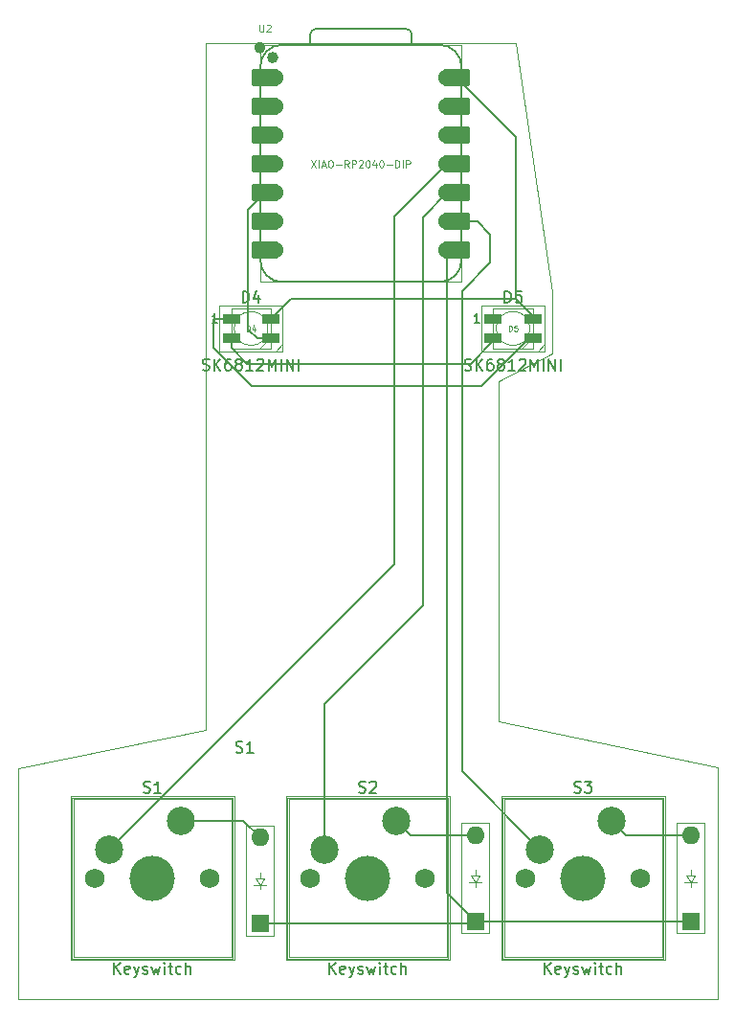
<source format=gbr>
%TF.GenerationSoftware,KiCad,Pcbnew,9.0.2*%
%TF.CreationDate,2025-06-28T19:13:52-07:00*%
%TF.ProjectId,osu_keypad,6f73755f-6b65-4797-9061-642e6b696361,rev?*%
%TF.SameCoordinates,Original*%
%TF.FileFunction,Soldermask,Bot*%
%TF.FilePolarity,Negative*%
%FSLAX46Y46*%
G04 Gerber Fmt 4.6, Leading zero omitted, Abs format (unit mm)*
G04 Created by KiCad (PCBNEW 9.0.2) date 2025-06-28 19:13:52*
%MOMM*%
%LPD*%
G01*
G04 APERTURE LIST*
G04 Aperture macros list*
%AMRoundRect*
0 Rectangle with rounded corners*
0 $1 Rounding radius*
0 $2 $3 $4 $5 $6 $7 $8 $9 X,Y pos of 4 corners*
0 Add a 4 corners polygon primitive as box body*
4,1,4,$2,$3,$4,$5,$6,$7,$8,$9,$2,$3,0*
0 Add four circle primitives for the rounded corners*
1,1,$1+$1,$2,$3*
1,1,$1+$1,$4,$5*
1,1,$1+$1,$6,$7*
1,1,$1+$1,$8,$9*
0 Add four rect primitives between the rounded corners*
20,1,$1+$1,$2,$3,$4,$5,0*
20,1,$1+$1,$4,$5,$6,$7,0*
20,1,$1+$1,$6,$7,$8,$9,0*
20,1,$1+$1,$8,$9,$2,$3,0*%
G04 Aperture macros list end*
%ADD10C,1.750000*%
%ADD11C,4.000000*%
%ADD12C,2.500000*%
%ADD13R,1.600000X1.600000*%
%ADD14O,1.600000X1.600000*%
%ADD15C,1.524000*%
%TA.AperFunction,ComponentPad*%
%ADD16C,2.500000*%
%TD*%
%TA.AperFunction,ComponentPad*%
%ADD17R,1.600000X1.600000*%
%TD*%
%TA.AperFunction,ComponentPad*%
%ADD18O,1.600000X1.600000*%
%TD*%
%TA.AperFunction,ComponentPad*%
%ADD19C,1.524000*%
%TD*%
%TA.AperFunction,Conductor*%
%ADD20C,0.200000*%
%TD*%
%TA.AperFunction,SMDPad,CuDef*%
%ADD21R,1.600000X0.850000*%
%TD*%
%TA.AperFunction,SMDPad,CuDef*%
%ADD22RoundRect,0.152400X1.063600X0.609600X-1.063600X0.609600X-1.063600X-0.609600X1.063600X-0.609600X0*%
%TD*%
%TA.AperFunction,SMDPad,CuDef*%
%ADD23RoundRect,0.152400X-1.063600X-0.609600X1.063600X-0.609600X1.063600X0.609600X-1.063600X0.609600X0*%
%TD*%
%ADD24R,1.600000X0.850000*%
%ADD25RoundRect,0.152400X1.063600X0.609600X-1.063600X0.609600X-1.063600X-0.609600X1.063600X-0.609600X0*%
%ADD26RoundRect,0.152400X-1.063600X-0.609600X1.063600X-0.609600X1.063600X0.609600X-1.063600X0.609600X0*%
%ADD27C,0.150000*%
%ADD28C,0.101600*%
%ADD29C,0.120000*%
%ADD30C,0.100000*%
%ADD31C,0.127000*%
%ADD32C,0.504000*%
%ADD33C,0.050000*%
%TA.AperFunction,Profile*%
%ADD34C,0.050000*%
%TD*%
G04 APERTURE END LIST*
D10*
%TO.C,S3*%
X131841875Y-139303125D03*
D11*
X136921875Y-139303125D03*
D10*
X142001875Y-139303125D03*
D12*
X133111875Y-136763125D03*
X139461875Y-134223125D03*
%TD*%
D13*
%TO.C,D3*%
X146446875Y-143113125D03*
D14*
X146446875Y-135493125D03*
%TD*%
D13*
%TO.C,D2*%
X127396875Y-143113125D03*
D14*
X127396875Y-135493125D03*
%TD*%
D15*
%TO.C,U2*%
X109650000Y-68580000D03*
X109650000Y-71120000D03*
X109650000Y-73660000D03*
X109650000Y-76200000D03*
X109650000Y-78740000D03*
X109650000Y-81280000D03*
X109650000Y-83820000D03*
X124890000Y-83820000D03*
X124890000Y-81280000D03*
X124890000Y-78740000D03*
X124890000Y-76200000D03*
X124890000Y-73660000D03*
X124890000Y-71120000D03*
X124890000Y-68580000D03*
%TD*%
D12*
%TO.C,S1*%
X101361875Y-134223125D03*
X95011875Y-136763125D03*
D10*
X103901875Y-139303125D03*
D11*
X98821875Y-139303125D03*
D10*
X93741875Y-139303125D03*
%TD*%
D12*
%TO.C,S2*%
X120411875Y-134223125D03*
X114061875Y-136763125D03*
D10*
X122951875Y-139303125D03*
D11*
X117871875Y-139303125D03*
D10*
X112791875Y-139303125D03*
%TD*%
D14*
%TO.C,D1*%
X108346875Y-135731250D03*
D13*
X108346875Y-143351250D03*
%TD*%
D16*
%TO.P,S3,1,1*%
%TO.N,C3*%
X133111875Y-136763125D03*
%TO.P,S3,2,2*%
%TO.N,Net-(D3-A)*%
X139461875Y-134223125D03*
%TD*%
D17*
%TO.P,D3,1,K*%
%TO.N,R1*%
X146446875Y-143113125D03*
D18*
%TO.P,D3,2,A*%
%TO.N,Net-(D3-A)*%
X146446875Y-135493125D03*
%TD*%
D17*
%TO.P,D2,1,K*%
%TO.N,R1*%
X127396875Y-143113125D03*
D18*
%TO.P,D2,2,A*%
%TO.N,Net-(D2-A)*%
X127396875Y-135493125D03*
%TD*%
D19*
%TO.P,U2,1,GPIO26/ADC0/A0*%
%TO.N,unconnected-(U2-GPIO26{slash}ADC0{slash}A0-Pad1)*%
X109650000Y-68580000D03*
%TO.P,U2,2,GPIO27/ADC1/A1*%
%TO.N,unconnected-(U2-GPIO27{slash}ADC1{slash}A1-Pad2)*%
X109650000Y-71120000D03*
%TO.P,U2,3,GPIO28/ADC2/A2*%
%TO.N,unconnected-(U2-GPIO28{slash}ADC2{slash}A2-Pad3)*%
X109650000Y-73660000D03*
%TO.P,U2,4,GPIO29/ADC3/A3*%
%TO.N,unconnected-(U2-GPIO29{slash}ADC3{slash}A3-Pad4)*%
X109650000Y-76200000D03*
%TO.P,U2,5,GPIO6/SDA*%
%TO.N,DIN*%
X109650000Y-78740000D03*
%TO.P,U2,6,GPIO7/SCL*%
%TO.N,unconnected-(U2-GPIO7{slash}SCL-Pad6)*%
X109650000Y-81280000D03*
%TO.P,U2,7,GPIO0/TX*%
%TO.N,unconnected-(U2-GPIO0{slash}TX-Pad7)*%
X109650000Y-83820000D03*
%TO.P,U2,8,GPIO1/RX*%
%TO.N,R1*%
X124890000Y-83820000D03*
%TO.P,U2,9,GPIO2/SCK*%
%TO.N,C3*%
X124890000Y-81280000D03*
%TO.P,U2,10,GPIO4/MISO*%
%TO.N,C2*%
X124890000Y-78740000D03*
%TO.P,U2,11,GPIO3/MOSI*%
%TO.N,C1*%
X124890000Y-76200000D03*
%TO.P,U2,12,3V3*%
%TO.N,unconnected-(U2-3V3-Pad12)*%
X124890000Y-73660000D03*
%TO.P,U2,13,GND*%
%TO.N,unconnected-(U2-GND-Pad13)*%
X124890000Y-71120000D03*
%TO.P,U2,14,VBUS*%
%TO.N,+5V*%
X124890000Y-68580000D03*
%TD*%
D16*
%TO.P,S1,2,2*%
%TO.N,Net-(D1-A)*%
X101361875Y-134223125D03*
%TO.P,S1,1,1*%
%TO.N,C1*%
X95011875Y-136763125D03*
%TD*%
%TO.P,S2,2,2*%
%TO.N,Net-(D2-A)*%
X120411875Y-134223125D03*
%TO.P,S2,1,1*%
%TO.N,C2*%
X114061875Y-136763125D03*
%TD*%
D18*
%TO.P,D1,2,A*%
%TO.N,Net-(D1-A)*%
X108346875Y-135731250D03*
D17*
%TO.P,D1,1,K*%
%TO.N,R1*%
X108346875Y-143351250D03*
%TD*%
D20*
%TO.N,C3*%
X127580000Y-81280000D02*
X124890000Y-81280000D01*
X128625000Y-82325000D02*
X127580000Y-81280000D01*
X128725000Y-84925000D02*
X128725000Y-82325000D01*
X126225000Y-87425000D02*
X128725000Y-84925000D01*
X126225000Y-129876250D02*
X126225000Y-87425000D01*
X133111875Y-136763125D02*
X126225000Y-129876250D01*
X128725000Y-82325000D02*
X128625000Y-82325000D01*
%TO.N,C2*%
X122725000Y-80905000D02*
X124890000Y-78740000D01*
X122725000Y-115225000D02*
X122725000Y-80905000D01*
X114061875Y-123888125D02*
X122725000Y-115225000D01*
X114061875Y-136763125D02*
X114061875Y-123888125D01*
%TO.N,C1*%
X120225000Y-80865000D02*
X124890000Y-76200000D01*
X120225000Y-111550000D02*
X120225000Y-80865000D01*
X95011875Y-136763125D02*
X120225000Y-111550000D01*
%TO.N,R1*%
X127396875Y-143113125D02*
X124890000Y-140606250D01*
X124890000Y-140606250D02*
X124890000Y-83820000D01*
%TD*%
D16*
%TO.P,S3,1,1*%
%TO.N,C3*%
X133111875Y-136763125D03*
%TO.P,S3,2,2*%
%TO.N,Net-(D3-A)*%
X139461875Y-134223125D03*
%TD*%
D17*
%TO.P,D3,1,K*%
%TO.N,R1*%
X146446875Y-143113125D03*
D18*
%TO.P,D3,2,A*%
%TO.N,Net-(D3-A)*%
X146446875Y-135493125D03*
%TD*%
D17*
%TO.P,D2,1,K*%
%TO.N,R1*%
X127396875Y-143113125D03*
D18*
%TO.P,D2,2,A*%
%TO.N,Net-(D2-A)*%
X127396875Y-135493125D03*
%TD*%
D21*
%TO.P,D5,4,VDD*%
%TO.N,+5V*%
X132475000Y-89850000D03*
%TO.P,D5,3,DIN*%
%TO.N,Net-(D4-DOUT)*%
X132475000Y-91600000D03*
%TO.P,D5,2,VSS*%
%TO.N,GND*%
X128975000Y-91600000D03*
%TO.P,D5,1,DOUT*%
%TO.N,unconnected-(D5-DOUT-Pad1)*%
X128975000Y-89850000D03*
%TD*%
%TO.P,D4,4,VDD*%
%TO.N,+5V*%
X109296875Y-89850000D03*
%TO.P,D4,3,DIN*%
%TO.N,DIN*%
X109296875Y-91600000D03*
%TO.P,D4,2,VSS*%
%TO.N,GND*%
X105796875Y-91600000D03*
%TO.P,D4,1,DOUT*%
%TO.N,Net-(D4-DOUT)*%
X105796875Y-89850000D03*
%TD*%
D22*
%TO.P,U2,1,GPIO26/ADC0/A0*%
%TO.N,unconnected-(U2-GPIO26{slash}ADC0{slash}A0-Pad1)*%
X108815000Y-68580000D03*
D19*
X109650000Y-68580000D03*
D22*
%TO.P,U2,2,GPIO27/ADC1/A1*%
%TO.N,unconnected-(U2-GPIO27{slash}ADC1{slash}A1-Pad2)*%
X108815000Y-71120000D03*
D19*
X109650000Y-71120000D03*
D22*
%TO.P,U2,3,GPIO28/ADC2/A2*%
%TO.N,unconnected-(U2-GPIO28{slash}ADC2{slash}A2-Pad3)*%
X108815000Y-73660000D03*
D19*
X109650000Y-73660000D03*
D22*
%TO.P,U2,4,GPIO29/ADC3/A3*%
%TO.N,unconnected-(U2-GPIO29{slash}ADC3{slash}A3-Pad4)*%
X108815000Y-76200000D03*
D19*
X109650000Y-76200000D03*
D22*
%TO.P,U2,5,GPIO6/SDA*%
%TO.N,DIN*%
X108815000Y-78740000D03*
D19*
X109650000Y-78740000D03*
D22*
%TO.P,U2,6,GPIO7/SCL*%
%TO.N,unconnected-(U2-GPIO7{slash}SCL-Pad6)*%
X108815000Y-81280000D03*
D19*
X109650000Y-81280000D03*
D22*
%TO.P,U2,7,GPIO0/TX*%
%TO.N,unconnected-(U2-GPIO0{slash}TX-Pad7)*%
X108815000Y-83820000D03*
D19*
X109650000Y-83820000D03*
%TO.P,U2,8,GPIO1/RX*%
%TO.N,R1*%
X124890000Y-83820000D03*
D23*
X125725000Y-83820000D03*
D19*
%TO.P,U2,9,GPIO2/SCK*%
%TO.N,C3*%
X124890000Y-81280000D03*
D23*
X125725000Y-81280000D03*
D19*
%TO.P,U2,10,GPIO4/MISO*%
%TO.N,C2*%
X124890000Y-78740000D03*
D23*
X125725000Y-78740000D03*
D19*
%TO.P,U2,11,GPIO3/MOSI*%
%TO.N,C1*%
X124890000Y-76200000D03*
D23*
X125725000Y-76200000D03*
D19*
%TO.P,U2,12,3V3*%
%TO.N,unconnected-(U2-3V3-Pad12)*%
X124890000Y-73660000D03*
D23*
X125725000Y-73660000D03*
D19*
%TO.P,U2,13,GND*%
%TO.N,unconnected-(U2-GND-Pad13)*%
X124890000Y-71120000D03*
D23*
X125725000Y-71120000D03*
D19*
%TO.P,U2,14,VBUS*%
%TO.N,+5V*%
X124890000Y-68580000D03*
D23*
X125725000Y-68580000D03*
%TD*%
D16*
%TO.P,S1,2,2*%
%TO.N,Net-(D1-A)*%
X101361875Y-134223125D03*
%TO.P,S1,1,1*%
%TO.N,C1*%
X95011875Y-136763125D03*
%TD*%
%TO.P,S2,2,2*%
%TO.N,Net-(D2-A)*%
X120411875Y-134223125D03*
%TO.P,S2,1,1*%
%TO.N,C2*%
X114061875Y-136763125D03*
%TD*%
D18*
%TO.P,D1,2,A*%
%TO.N,Net-(D1-A)*%
X108346875Y-135731250D03*
D17*
%TO.P,D1,1,K*%
%TO.N,R1*%
X108346875Y-143351250D03*
%TD*%
D20*
%TO.N,+5V*%
X130968750Y-73823750D02*
X125725000Y-68580000D01*
X130968750Y-88106250D02*
X130968750Y-73823750D01*
%TO.N,Net-(D4-DOUT)*%
X127925000Y-95825000D02*
X132150000Y-91600000D01*
X107625000Y-95825000D02*
X127925000Y-95825000D01*
X104185375Y-92385375D02*
X107625000Y-95825000D01*
X132150000Y-91600000D02*
X132475000Y-91600000D01*
X104185375Y-89850000D02*
X104185375Y-92385375D01*
X105796875Y-89850000D02*
X104185375Y-89850000D01*
%TO.N,GND*%
X128975000Y-91875000D02*
X128975000Y-91600000D01*
X107225000Y-93825000D02*
X127025000Y-93825000D01*
X127025000Y-93825000D02*
X128975000Y-91875000D01*
X105796875Y-92396875D02*
X107225000Y-93825000D01*
X105796875Y-91600000D02*
X105796875Y-92396875D01*
%TO.N,DIN*%
X107298000Y-90798000D02*
X107298000Y-80257000D01*
X107298000Y-80257000D02*
X108815000Y-78740000D01*
X109296875Y-91600000D02*
X108100000Y-91600000D01*
X108100000Y-91600000D02*
X107298000Y-90798000D01*
%TO.N,+5V*%
X132475000Y-89612500D02*
X132475000Y-89850000D01*
X111040625Y-88106250D02*
X130968750Y-88106250D01*
X130968750Y-88106250D02*
X132475000Y-89612500D01*
X109296875Y-89850000D02*
X111040625Y-88106250D01*
%TO.N,Net-(D3-A)*%
X140731875Y-135493125D02*
X139461875Y-134223125D01*
X146446875Y-135493125D02*
X140731875Y-135493125D01*
%TO.N,Net-(D2-A)*%
X121681875Y-135493125D02*
X120411875Y-134223125D01*
X127396875Y-135493125D02*
X121681875Y-135493125D01*
%TO.N,R1*%
X146446875Y-143113125D02*
X127396875Y-143113125D01*
X108346875Y-143351250D02*
X127158750Y-143351250D01*
X127158750Y-143351250D02*
X127396875Y-143113125D01*
%TO.N,Net-(D1-A)*%
X106838750Y-134223125D02*
X108346875Y-135731250D01*
X101361875Y-134223125D02*
X106838750Y-134223125D01*
%TD*%
D10*
%TO.C,S3*%
X131841875Y-139303125D03*
D11*
X136921875Y-139303125D03*
D10*
X142001875Y-139303125D03*
D12*
X133111875Y-136763125D03*
X139461875Y-134223125D03*
%TD*%
D13*
%TO.C,D3*%
X146446875Y-143113125D03*
D14*
X146446875Y-135493125D03*
%TD*%
D13*
%TO.C,D2*%
X127396875Y-143113125D03*
D14*
X127396875Y-135493125D03*
%TD*%
D24*
%TO.C,D5*%
X132475000Y-89850000D03*
X132475000Y-91600000D03*
X128975000Y-91600000D03*
X128975000Y-89850000D03*
%TD*%
%TO.C,D4*%
X109296875Y-89850000D03*
X109296875Y-91600000D03*
X105796875Y-91600000D03*
X105796875Y-89850000D03*
%TD*%
D25*
%TO.C,U2*%
X108815000Y-68580000D03*
D15*
X109650000Y-68580000D03*
D25*
X108815000Y-71120000D03*
D15*
X109650000Y-71120000D03*
D25*
X108815000Y-73660000D03*
D15*
X109650000Y-73660000D03*
D25*
X108815000Y-76200000D03*
D15*
X109650000Y-76200000D03*
D25*
X108815000Y-78740000D03*
D15*
X109650000Y-78740000D03*
D25*
X108815000Y-81280000D03*
D15*
X109650000Y-81280000D03*
D25*
X108815000Y-83820000D03*
D15*
X109650000Y-83820000D03*
X124890000Y-83820000D03*
D26*
X125725000Y-83820000D03*
D15*
X124890000Y-81280000D03*
D26*
X125725000Y-81280000D03*
D15*
X124890000Y-78740000D03*
D26*
X125725000Y-78740000D03*
D15*
X124890000Y-76200000D03*
D26*
X125725000Y-76200000D03*
D15*
X124890000Y-73660000D03*
D26*
X125725000Y-73660000D03*
D15*
X124890000Y-71120000D03*
D26*
X125725000Y-71120000D03*
D15*
X124890000Y-68580000D03*
D26*
X125725000Y-68580000D03*
%TD*%
D12*
%TO.C,S1*%
X101361875Y-134223125D03*
X95011875Y-136763125D03*
D10*
X103901875Y-139303125D03*
D11*
X98821875Y-139303125D03*
D10*
X93741875Y-139303125D03*
%TD*%
D12*
%TO.C,S2*%
X120411875Y-134223125D03*
X114061875Y-136763125D03*
D10*
X122951875Y-139303125D03*
D11*
X117871875Y-139303125D03*
D10*
X112791875Y-139303125D03*
%TD*%
D14*
%TO.C,D1*%
X108346875Y-135731250D03*
D13*
X108346875Y-143351250D03*
%TD*%
D24*
%TO.C,D5*%
X132475000Y-89850000D03*
X132475000Y-91600000D03*
X128975000Y-91600000D03*
X128975000Y-89850000D03*
%TD*%
%TO.C,D4*%
X109296875Y-89850000D03*
X109296875Y-91600000D03*
X105796875Y-91600000D03*
X105796875Y-89850000D03*
%TD*%
D27*
X136159970Y-131710325D02*
X136302827Y-131757944D01*
X136302827Y-131757944D02*
X136540922Y-131757944D01*
X136540922Y-131757944D02*
X136636160Y-131710325D01*
X136636160Y-131710325D02*
X136683779Y-131662705D01*
X136683779Y-131662705D02*
X136731398Y-131567467D01*
X136731398Y-131567467D02*
X136731398Y-131472229D01*
X136731398Y-131472229D02*
X136683779Y-131376991D01*
X136683779Y-131376991D02*
X136636160Y-131329372D01*
X136636160Y-131329372D02*
X136540922Y-131281753D01*
X136540922Y-131281753D02*
X136350446Y-131234134D01*
X136350446Y-131234134D02*
X136255208Y-131186515D01*
X136255208Y-131186515D02*
X136207589Y-131138896D01*
X136207589Y-131138896D02*
X136159970Y-131043658D01*
X136159970Y-131043658D02*
X136159970Y-130948420D01*
X136159970Y-130948420D02*
X136207589Y-130853182D01*
X136207589Y-130853182D02*
X136255208Y-130805563D01*
X136255208Y-130805563D02*
X136350446Y-130757944D01*
X136350446Y-130757944D02*
X136588541Y-130757944D01*
X136588541Y-130757944D02*
X136731398Y-130805563D01*
X137064732Y-130757944D02*
X137683779Y-130757944D01*
X137683779Y-130757944D02*
X137350446Y-131138896D01*
X137350446Y-131138896D02*
X137493303Y-131138896D01*
X137493303Y-131138896D02*
X137588541Y-131186515D01*
X137588541Y-131186515D02*
X137636160Y-131234134D01*
X137636160Y-131234134D02*
X137683779Y-131329372D01*
X137683779Y-131329372D02*
X137683779Y-131567467D01*
X137683779Y-131567467D02*
X137636160Y-131662705D01*
X137636160Y-131662705D02*
X137588541Y-131710325D01*
X137588541Y-131710325D02*
X137493303Y-131757944D01*
X137493303Y-131757944D02*
X137207589Y-131757944D01*
X137207589Y-131757944D02*
X137112351Y-131710325D01*
X137112351Y-131710325D02*
X137064732Y-131662705D01*
X129986905Y-88429819D02*
X129986905Y-87429819D01*
X129986905Y-87429819D02*
X130225000Y-87429819D01*
X130225000Y-87429819D02*
X130367857Y-87477438D01*
X130367857Y-87477438D02*
X130463095Y-87572676D01*
X130463095Y-87572676D02*
X130510714Y-87667914D01*
X130510714Y-87667914D02*
X130558333Y-87858390D01*
X130558333Y-87858390D02*
X130558333Y-88001247D01*
X130558333Y-88001247D02*
X130510714Y-88191723D01*
X130510714Y-88191723D02*
X130463095Y-88286961D01*
X130463095Y-88286961D02*
X130367857Y-88382200D01*
X130367857Y-88382200D02*
X130225000Y-88429819D01*
X130225000Y-88429819D02*
X129986905Y-88429819D01*
X131463095Y-87429819D02*
X130986905Y-87429819D01*
X130986905Y-87429819D02*
X130939286Y-87906009D01*
X130939286Y-87906009D02*
X130986905Y-87858390D01*
X130986905Y-87858390D02*
X131082143Y-87810771D01*
X131082143Y-87810771D02*
X131320238Y-87810771D01*
X131320238Y-87810771D02*
X131415476Y-87858390D01*
X131415476Y-87858390D02*
X131463095Y-87906009D01*
X131463095Y-87906009D02*
X131510714Y-88001247D01*
X131510714Y-88001247D02*
X131510714Y-88239342D01*
X131510714Y-88239342D02*
X131463095Y-88334580D01*
X131463095Y-88334580D02*
X131415476Y-88382200D01*
X131415476Y-88382200D02*
X131320238Y-88429819D01*
X131320238Y-88429819D02*
X131082143Y-88429819D01*
X131082143Y-88429819D02*
X130986905Y-88382200D01*
X130986905Y-88382200D02*
X130939286Y-88334580D01*
X127753571Y-90212295D02*
X127296428Y-90212295D01*
X127525000Y-90212295D02*
X127525000Y-89412295D01*
X127525000Y-89412295D02*
X127448809Y-89526580D01*
X127448809Y-89526580D02*
X127372619Y-89602771D01*
X127372619Y-89602771D02*
X127296428Y-89640866D01*
X106808780Y-88429819D02*
X106808780Y-87429819D01*
X106808780Y-87429819D02*
X107046875Y-87429819D01*
X107046875Y-87429819D02*
X107189732Y-87477438D01*
X107189732Y-87477438D02*
X107284970Y-87572676D01*
X107284970Y-87572676D02*
X107332589Y-87667914D01*
X107332589Y-87667914D02*
X107380208Y-87858390D01*
X107380208Y-87858390D02*
X107380208Y-88001247D01*
X107380208Y-88001247D02*
X107332589Y-88191723D01*
X107332589Y-88191723D02*
X107284970Y-88286961D01*
X107284970Y-88286961D02*
X107189732Y-88382200D01*
X107189732Y-88382200D02*
X107046875Y-88429819D01*
X107046875Y-88429819D02*
X106808780Y-88429819D01*
X108237351Y-87763152D02*
X108237351Y-88429819D01*
X107999256Y-87382200D02*
X107761161Y-88096485D01*
X107761161Y-88096485D02*
X108380208Y-88096485D01*
X104575446Y-90212295D02*
X104118303Y-90212295D01*
X104346875Y-90212295D02*
X104346875Y-89412295D01*
X104346875Y-89412295D02*
X104270684Y-89526580D01*
X104270684Y-89526580D02*
X104194494Y-89602771D01*
X104194494Y-89602771D02*
X104118303Y-89640866D01*
D28*
X108286190Y-63853479D02*
X108286190Y-64367526D01*
X108286190Y-64367526D02*
X108316428Y-64428002D01*
X108316428Y-64428002D02*
X108346666Y-64458241D01*
X108346666Y-64458241D02*
X108407142Y-64488479D01*
X108407142Y-64488479D02*
X108528095Y-64488479D01*
X108528095Y-64488479D02*
X108588571Y-64458241D01*
X108588571Y-64458241D02*
X108618809Y-64428002D01*
X108618809Y-64428002D02*
X108649047Y-64367526D01*
X108649047Y-64367526D02*
X108649047Y-63853479D01*
X108921190Y-63913955D02*
X108951428Y-63883717D01*
X108951428Y-63883717D02*
X109011904Y-63853479D01*
X109011904Y-63853479D02*
X109163095Y-63853479D01*
X109163095Y-63853479D02*
X109223571Y-63883717D01*
X109223571Y-63883717D02*
X109253809Y-63913955D01*
X109253809Y-63913955D02*
X109284047Y-63974431D01*
X109284047Y-63974431D02*
X109284047Y-64034907D01*
X109284047Y-64034907D02*
X109253809Y-64125621D01*
X109253809Y-64125621D02*
X108890952Y-64488479D01*
X108890952Y-64488479D02*
X109284047Y-64488479D01*
D27*
X98059970Y-131710325D02*
X98202827Y-131757944D01*
X98202827Y-131757944D02*
X98440922Y-131757944D01*
X98440922Y-131757944D02*
X98536160Y-131710325D01*
X98536160Y-131710325D02*
X98583779Y-131662705D01*
X98583779Y-131662705D02*
X98631398Y-131567467D01*
X98631398Y-131567467D02*
X98631398Y-131472229D01*
X98631398Y-131472229D02*
X98583779Y-131376991D01*
X98583779Y-131376991D02*
X98536160Y-131329372D01*
X98536160Y-131329372D02*
X98440922Y-131281753D01*
X98440922Y-131281753D02*
X98250446Y-131234134D01*
X98250446Y-131234134D02*
X98155208Y-131186515D01*
X98155208Y-131186515D02*
X98107589Y-131138896D01*
X98107589Y-131138896D02*
X98059970Y-131043658D01*
X98059970Y-131043658D02*
X98059970Y-130948420D01*
X98059970Y-130948420D02*
X98107589Y-130853182D01*
X98107589Y-130853182D02*
X98155208Y-130805563D01*
X98155208Y-130805563D02*
X98250446Y-130757944D01*
X98250446Y-130757944D02*
X98488541Y-130757944D01*
X98488541Y-130757944D02*
X98631398Y-130805563D01*
X99583779Y-131757944D02*
X99012351Y-131757944D01*
X99298065Y-131757944D02*
X99298065Y-130757944D01*
X99298065Y-130757944D02*
X99202827Y-130900801D01*
X99202827Y-130900801D02*
X99107589Y-130996039D01*
X99107589Y-130996039D02*
X99012351Y-131043658D01*
X117109970Y-131710325D02*
X117252827Y-131757944D01*
X117252827Y-131757944D02*
X117490922Y-131757944D01*
X117490922Y-131757944D02*
X117586160Y-131710325D01*
X117586160Y-131710325D02*
X117633779Y-131662705D01*
X117633779Y-131662705D02*
X117681398Y-131567467D01*
X117681398Y-131567467D02*
X117681398Y-131472229D01*
X117681398Y-131472229D02*
X117633779Y-131376991D01*
X117633779Y-131376991D02*
X117586160Y-131329372D01*
X117586160Y-131329372D02*
X117490922Y-131281753D01*
X117490922Y-131281753D02*
X117300446Y-131234134D01*
X117300446Y-131234134D02*
X117205208Y-131186515D01*
X117205208Y-131186515D02*
X117157589Y-131138896D01*
X117157589Y-131138896D02*
X117109970Y-131043658D01*
X117109970Y-131043658D02*
X117109970Y-130948420D01*
X117109970Y-130948420D02*
X117157589Y-130853182D01*
X117157589Y-130853182D02*
X117205208Y-130805563D01*
X117205208Y-130805563D02*
X117300446Y-130757944D01*
X117300446Y-130757944D02*
X117538541Y-130757944D01*
X117538541Y-130757944D02*
X117681398Y-130805563D01*
X118062351Y-130853182D02*
X118109970Y-130805563D01*
X118109970Y-130805563D02*
X118205208Y-130757944D01*
X118205208Y-130757944D02*
X118443303Y-130757944D01*
X118443303Y-130757944D02*
X118538541Y-130805563D01*
X118538541Y-130805563D02*
X118586160Y-130853182D01*
X118586160Y-130853182D02*
X118633779Y-130948420D01*
X118633779Y-130948420D02*
X118633779Y-131043658D01*
X118633779Y-131043658D02*
X118586160Y-131186515D01*
X118586160Y-131186515D02*
X118014732Y-131757944D01*
X118014732Y-131757944D02*
X118633779Y-131757944D01*
D29*
%TO.C,S3*%
X129821875Y-132203125D02*
X129821875Y-146403125D01*
X129821875Y-146403125D02*
X144021875Y-146403125D01*
X144021875Y-132203125D02*
X129821875Y-132203125D01*
X144021875Y-146403125D02*
X144021875Y-132203125D01*
D30*
%TO.C,D3*%
X145896875Y-139653125D02*
X146996875Y-139653125D01*
X146046875Y-139053125D02*
X146846875Y-139053125D01*
X146446875Y-139053125D02*
X146446875Y-138553125D01*
X146446875Y-139653125D02*
X146046875Y-139053125D01*
X146446875Y-140053125D02*
X146446875Y-139653125D01*
X146846875Y-139053125D02*
X146446875Y-139653125D01*
%TO.C,D2*%
X126846875Y-139653125D02*
X127946875Y-139653125D01*
X126996875Y-139053125D02*
X127796875Y-139053125D01*
X127396875Y-139053125D02*
X127396875Y-138553125D01*
X127396875Y-139653125D02*
X126996875Y-139053125D01*
X127396875Y-140053125D02*
X127396875Y-139653125D01*
X127796875Y-139053125D02*
X127396875Y-139653125D01*
D29*
%TO.C,D5*%
X133525000Y-92125000D02*
X133525000Y-88725000D01*
X133525000Y-92125000D02*
X132925000Y-92725000D01*
X127925000Y-92725000D02*
X132925000Y-92725000D01*
X127925000Y-88725000D02*
X133525000Y-88725000D01*
X127925000Y-88725000D02*
X127925000Y-92725000D01*
%TO.C,D4*%
X110346875Y-92125000D02*
X110346875Y-88725000D01*
X110346875Y-92125000D02*
X109746875Y-92725000D01*
X104746875Y-92725000D02*
X109746875Y-92725000D01*
X104746875Y-88725000D02*
X110346875Y-88725000D01*
X104746875Y-88725000D02*
X104746875Y-92725000D01*
D31*
%TO.C,U2*%
X108380000Y-84709000D02*
X108380000Y-67564000D01*
X110285000Y-86614000D02*
X124255000Y-86614000D01*
X112775000Y-65659000D02*
X112778728Y-64748728D01*
X113278728Y-64249000D02*
X121274000Y-64249000D01*
X121774000Y-64749000D02*
X121774000Y-65659000D01*
D30*
X124255000Y-65659000D02*
X110285000Y-65659000D01*
D31*
X124255000Y-65659000D02*
X110285000Y-65659000D01*
X126160000Y-84709000D02*
X126160000Y-67564000D01*
X108380000Y-67564000D02*
G75*
G02*
X110285000Y-65659000I1905001J-1D01*
G01*
X110285000Y-86614000D02*
G75*
G02*
X108380000Y-84709000I1J1905001D01*
G01*
X112778728Y-64748728D02*
G75*
G02*
X113278728Y-64249001I500018J-291D01*
G01*
X121274000Y-64249000D02*
G75*
G02*
X121774000Y-64749000I0J-500000D01*
G01*
X124255000Y-65659000D02*
G75*
G02*
X126160000Y-67564000I0J-1905000D01*
G01*
X126160000Y-84709000D02*
G75*
G02*
X124255000Y-86614000I-1905000J0D01*
G01*
D32*
X108572000Y-65900000D02*
G75*
G02*
X108068000Y-65900000I-252000J0D01*
G01*
X108068000Y-65900000D02*
G75*
G02*
X108572000Y-65900000I252000J0D01*
G01*
X109715000Y-66780000D02*
G75*
G02*
X109211000Y-66780000I-252000J0D01*
G01*
X109211000Y-66780000D02*
G75*
G02*
X109715000Y-66780000I252000J0D01*
G01*
D29*
%TO.C,S1*%
X105921875Y-146403125D02*
X105921875Y-132203125D01*
X105921875Y-132203125D02*
X91721875Y-132203125D01*
X91721875Y-146403125D02*
X105921875Y-146403125D01*
X91721875Y-132203125D02*
X91721875Y-146403125D01*
%TO.C,S2*%
X124971875Y-146403125D02*
X124971875Y-132203125D01*
X124971875Y-132203125D02*
X110771875Y-132203125D01*
X110771875Y-146403125D02*
X124971875Y-146403125D01*
X110771875Y-132203125D02*
X110771875Y-146403125D01*
D30*
%TO.C,D1*%
X108746875Y-139291250D02*
X108346875Y-139891250D01*
X108346875Y-140291250D02*
X108346875Y-139891250D01*
X108346875Y-139891250D02*
X107946875Y-139291250D01*
X108346875Y-139291250D02*
X108346875Y-138791250D01*
X107946875Y-139291250D02*
X108746875Y-139291250D01*
X107796875Y-139891250D02*
X108896875Y-139891250D01*
%TD*%
D33*
%TO.C,S3*%
X129671875Y-132053125D02*
X129671875Y-146553125D01*
X129671875Y-146553125D02*
X144171875Y-146553125D01*
X144171875Y-132053125D02*
X129671875Y-132053125D01*
X144171875Y-146553125D02*
X144171875Y-132053125D01*
%TO.C,D3*%
X145196875Y-134443125D02*
X145196875Y-144163125D01*
X145196875Y-144163125D02*
X147696875Y-144163125D01*
X147696875Y-134443125D02*
X145196875Y-134443125D01*
X147696875Y-144163125D02*
X147696875Y-134443125D01*
%TO.C,D2*%
X126146875Y-134443125D02*
X126146875Y-144163125D01*
X126146875Y-144163125D02*
X128646875Y-144163125D01*
X128646875Y-134443125D02*
X126146875Y-134443125D01*
X128646875Y-144163125D02*
X128646875Y-134443125D01*
%TO.C,D5*%
X133525000Y-92725000D02*
X133525000Y-88725000D01*
X133525000Y-88725000D02*
X127925000Y-88725000D01*
X127925000Y-92725000D02*
X133525000Y-92725000D01*
X127925000Y-88725000D02*
X127925000Y-92725000D01*
%TO.C,D4*%
X110346875Y-92725000D02*
X110346875Y-88725000D01*
X110346875Y-88725000D02*
X104746875Y-88725000D01*
X104746875Y-92725000D02*
X110346875Y-92725000D01*
X104746875Y-88725000D02*
X104746875Y-92725000D01*
%TO.C,U2*%
X108370000Y-65650000D02*
X126170000Y-65650000D01*
X126170000Y-86625000D01*
X108370000Y-86625000D01*
X108370000Y-65650000D01*
%TO.C,S1*%
X106071875Y-146553125D02*
X106071875Y-132053125D01*
X106071875Y-132053125D02*
X91571875Y-132053125D01*
X91571875Y-146553125D02*
X106071875Y-146553125D01*
X91571875Y-132053125D02*
X91571875Y-146553125D01*
%TO.C,S2*%
X125121875Y-146553125D02*
X125121875Y-132053125D01*
X125121875Y-132053125D02*
X110621875Y-132053125D01*
X110621875Y-146553125D02*
X125121875Y-146553125D01*
X110621875Y-132053125D02*
X110621875Y-146553125D01*
%TO.C,D1*%
X109596875Y-144401250D02*
X109596875Y-134681250D01*
X109596875Y-134681250D02*
X107096875Y-134681250D01*
X107096875Y-144401250D02*
X109596875Y-144401250D01*
X107096875Y-134681250D02*
X107096875Y-144401250D01*
%TD*%
D27*
X133517113Y-147757944D02*
X133517113Y-146757944D01*
X134088541Y-147757944D02*
X133659970Y-147186515D01*
X134088541Y-146757944D02*
X133517113Y-147329372D01*
X134898065Y-147710325D02*
X134802827Y-147757944D01*
X134802827Y-147757944D02*
X134612351Y-147757944D01*
X134612351Y-147757944D02*
X134517113Y-147710325D01*
X134517113Y-147710325D02*
X134469494Y-147615086D01*
X134469494Y-147615086D02*
X134469494Y-147234134D01*
X134469494Y-147234134D02*
X134517113Y-147138896D01*
X134517113Y-147138896D02*
X134612351Y-147091277D01*
X134612351Y-147091277D02*
X134802827Y-147091277D01*
X134802827Y-147091277D02*
X134898065Y-147138896D01*
X134898065Y-147138896D02*
X134945684Y-147234134D01*
X134945684Y-147234134D02*
X134945684Y-147329372D01*
X134945684Y-147329372D02*
X134469494Y-147424610D01*
X135279018Y-147091277D02*
X135517113Y-147757944D01*
X135755208Y-147091277D02*
X135517113Y-147757944D01*
X135517113Y-147757944D02*
X135421875Y-147996039D01*
X135421875Y-147996039D02*
X135374256Y-148043658D01*
X135374256Y-148043658D02*
X135279018Y-148091277D01*
X136088542Y-147710325D02*
X136183780Y-147757944D01*
X136183780Y-147757944D02*
X136374256Y-147757944D01*
X136374256Y-147757944D02*
X136469494Y-147710325D01*
X136469494Y-147710325D02*
X136517113Y-147615086D01*
X136517113Y-147615086D02*
X136517113Y-147567467D01*
X136517113Y-147567467D02*
X136469494Y-147472229D01*
X136469494Y-147472229D02*
X136374256Y-147424610D01*
X136374256Y-147424610D02*
X136231399Y-147424610D01*
X136231399Y-147424610D02*
X136136161Y-147376991D01*
X136136161Y-147376991D02*
X136088542Y-147281753D01*
X136088542Y-147281753D02*
X136088542Y-147234134D01*
X136088542Y-147234134D02*
X136136161Y-147138896D01*
X136136161Y-147138896D02*
X136231399Y-147091277D01*
X136231399Y-147091277D02*
X136374256Y-147091277D01*
X136374256Y-147091277D02*
X136469494Y-147138896D01*
X136850447Y-147091277D02*
X137040923Y-147757944D01*
X137040923Y-147757944D02*
X137231399Y-147281753D01*
X137231399Y-147281753D02*
X137421875Y-147757944D01*
X137421875Y-147757944D02*
X137612351Y-147091277D01*
X137993304Y-147757944D02*
X137993304Y-147091277D01*
X137993304Y-146757944D02*
X137945685Y-146805563D01*
X137945685Y-146805563D02*
X137993304Y-146853182D01*
X137993304Y-146853182D02*
X138040923Y-146805563D01*
X138040923Y-146805563D02*
X137993304Y-146757944D01*
X137993304Y-146757944D02*
X137993304Y-146853182D01*
X138326637Y-147091277D02*
X138707589Y-147091277D01*
X138469494Y-146757944D02*
X138469494Y-147615086D01*
X138469494Y-147615086D02*
X138517113Y-147710325D01*
X138517113Y-147710325D02*
X138612351Y-147757944D01*
X138612351Y-147757944D02*
X138707589Y-147757944D01*
X139469494Y-147710325D02*
X139374256Y-147757944D01*
X139374256Y-147757944D02*
X139183780Y-147757944D01*
X139183780Y-147757944D02*
X139088542Y-147710325D01*
X139088542Y-147710325D02*
X139040923Y-147662705D01*
X139040923Y-147662705D02*
X138993304Y-147567467D01*
X138993304Y-147567467D02*
X138993304Y-147281753D01*
X138993304Y-147281753D02*
X139040923Y-147186515D01*
X139040923Y-147186515D02*
X139088542Y-147138896D01*
X139088542Y-147138896D02*
X139183780Y-147091277D01*
X139183780Y-147091277D02*
X139374256Y-147091277D01*
X139374256Y-147091277D02*
X139469494Y-147138896D01*
X139898066Y-147757944D02*
X139898066Y-146757944D01*
X140326637Y-147757944D02*
X140326637Y-147234134D01*
X140326637Y-147234134D02*
X140279018Y-147138896D01*
X140279018Y-147138896D02*
X140183780Y-147091277D01*
X140183780Y-147091277D02*
X140040923Y-147091277D01*
X140040923Y-147091277D02*
X139945685Y-147138896D01*
X139945685Y-147138896D02*
X139898066Y-147186515D01*
X136159970Y-139710325D02*
X136302827Y-139757944D01*
X136302827Y-139757944D02*
X136540922Y-139757944D01*
X136540922Y-139757944D02*
X136636160Y-139710325D01*
X136636160Y-139710325D02*
X136683779Y-139662705D01*
X136683779Y-139662705D02*
X136731398Y-139567467D01*
X136731398Y-139567467D02*
X136731398Y-139472229D01*
X136731398Y-139472229D02*
X136683779Y-139376991D01*
X136683779Y-139376991D02*
X136636160Y-139329372D01*
X136636160Y-139329372D02*
X136540922Y-139281753D01*
X136540922Y-139281753D02*
X136350446Y-139234134D01*
X136350446Y-139234134D02*
X136255208Y-139186515D01*
X136255208Y-139186515D02*
X136207589Y-139138896D01*
X136207589Y-139138896D02*
X136159970Y-139043658D01*
X136159970Y-139043658D02*
X136159970Y-138948420D01*
X136159970Y-138948420D02*
X136207589Y-138853182D01*
X136207589Y-138853182D02*
X136255208Y-138805563D01*
X136255208Y-138805563D02*
X136350446Y-138757944D01*
X136350446Y-138757944D02*
X136588541Y-138757944D01*
X136588541Y-138757944D02*
X136731398Y-138805563D01*
X137064732Y-138757944D02*
X137683779Y-138757944D01*
X137683779Y-138757944D02*
X137350446Y-139138896D01*
X137350446Y-139138896D02*
X137493303Y-139138896D01*
X137493303Y-139138896D02*
X137588541Y-139186515D01*
X137588541Y-139186515D02*
X137636160Y-139234134D01*
X137636160Y-139234134D02*
X137683779Y-139329372D01*
X137683779Y-139329372D02*
X137683779Y-139567467D01*
X137683779Y-139567467D02*
X137636160Y-139662705D01*
X137636160Y-139662705D02*
X137588541Y-139710325D01*
X137588541Y-139710325D02*
X137493303Y-139757944D01*
X137493303Y-139757944D02*
X137207589Y-139757944D01*
X137207589Y-139757944D02*
X137112351Y-139710325D01*
X137112351Y-139710325D02*
X137064732Y-139662705D01*
X126463096Y-94382200D02*
X126605953Y-94429819D01*
X126605953Y-94429819D02*
X126844048Y-94429819D01*
X126844048Y-94429819D02*
X126939286Y-94382200D01*
X126939286Y-94382200D02*
X126986905Y-94334580D01*
X126986905Y-94334580D02*
X127034524Y-94239342D01*
X127034524Y-94239342D02*
X127034524Y-94144104D01*
X127034524Y-94144104D02*
X126986905Y-94048866D01*
X126986905Y-94048866D02*
X126939286Y-94001247D01*
X126939286Y-94001247D02*
X126844048Y-93953628D01*
X126844048Y-93953628D02*
X126653572Y-93906009D01*
X126653572Y-93906009D02*
X126558334Y-93858390D01*
X126558334Y-93858390D02*
X126510715Y-93810771D01*
X126510715Y-93810771D02*
X126463096Y-93715533D01*
X126463096Y-93715533D02*
X126463096Y-93620295D01*
X126463096Y-93620295D02*
X126510715Y-93525057D01*
X126510715Y-93525057D02*
X126558334Y-93477438D01*
X126558334Y-93477438D02*
X126653572Y-93429819D01*
X126653572Y-93429819D02*
X126891667Y-93429819D01*
X126891667Y-93429819D02*
X127034524Y-93477438D01*
X127463096Y-94429819D02*
X127463096Y-93429819D01*
X128034524Y-94429819D02*
X127605953Y-93858390D01*
X128034524Y-93429819D02*
X127463096Y-94001247D01*
X128891667Y-93429819D02*
X128701191Y-93429819D01*
X128701191Y-93429819D02*
X128605953Y-93477438D01*
X128605953Y-93477438D02*
X128558334Y-93525057D01*
X128558334Y-93525057D02*
X128463096Y-93667914D01*
X128463096Y-93667914D02*
X128415477Y-93858390D01*
X128415477Y-93858390D02*
X128415477Y-94239342D01*
X128415477Y-94239342D02*
X128463096Y-94334580D01*
X128463096Y-94334580D02*
X128510715Y-94382200D01*
X128510715Y-94382200D02*
X128605953Y-94429819D01*
X128605953Y-94429819D02*
X128796429Y-94429819D01*
X128796429Y-94429819D02*
X128891667Y-94382200D01*
X128891667Y-94382200D02*
X128939286Y-94334580D01*
X128939286Y-94334580D02*
X128986905Y-94239342D01*
X128986905Y-94239342D02*
X128986905Y-94001247D01*
X128986905Y-94001247D02*
X128939286Y-93906009D01*
X128939286Y-93906009D02*
X128891667Y-93858390D01*
X128891667Y-93858390D02*
X128796429Y-93810771D01*
X128796429Y-93810771D02*
X128605953Y-93810771D01*
X128605953Y-93810771D02*
X128510715Y-93858390D01*
X128510715Y-93858390D02*
X128463096Y-93906009D01*
X128463096Y-93906009D02*
X128415477Y-94001247D01*
X129558334Y-93858390D02*
X129463096Y-93810771D01*
X129463096Y-93810771D02*
X129415477Y-93763152D01*
X129415477Y-93763152D02*
X129367858Y-93667914D01*
X129367858Y-93667914D02*
X129367858Y-93620295D01*
X129367858Y-93620295D02*
X129415477Y-93525057D01*
X129415477Y-93525057D02*
X129463096Y-93477438D01*
X129463096Y-93477438D02*
X129558334Y-93429819D01*
X129558334Y-93429819D02*
X129748810Y-93429819D01*
X129748810Y-93429819D02*
X129844048Y-93477438D01*
X129844048Y-93477438D02*
X129891667Y-93525057D01*
X129891667Y-93525057D02*
X129939286Y-93620295D01*
X129939286Y-93620295D02*
X129939286Y-93667914D01*
X129939286Y-93667914D02*
X129891667Y-93763152D01*
X129891667Y-93763152D02*
X129844048Y-93810771D01*
X129844048Y-93810771D02*
X129748810Y-93858390D01*
X129748810Y-93858390D02*
X129558334Y-93858390D01*
X129558334Y-93858390D02*
X129463096Y-93906009D01*
X129463096Y-93906009D02*
X129415477Y-93953628D01*
X129415477Y-93953628D02*
X129367858Y-94048866D01*
X129367858Y-94048866D02*
X129367858Y-94239342D01*
X129367858Y-94239342D02*
X129415477Y-94334580D01*
X129415477Y-94334580D02*
X129463096Y-94382200D01*
X129463096Y-94382200D02*
X129558334Y-94429819D01*
X129558334Y-94429819D02*
X129748810Y-94429819D01*
X129748810Y-94429819D02*
X129844048Y-94382200D01*
X129844048Y-94382200D02*
X129891667Y-94334580D01*
X129891667Y-94334580D02*
X129939286Y-94239342D01*
X129939286Y-94239342D02*
X129939286Y-94048866D01*
X129939286Y-94048866D02*
X129891667Y-93953628D01*
X129891667Y-93953628D02*
X129844048Y-93906009D01*
X129844048Y-93906009D02*
X129748810Y-93858390D01*
X130891667Y-94429819D02*
X130320239Y-94429819D01*
X130605953Y-94429819D02*
X130605953Y-93429819D01*
X130605953Y-93429819D02*
X130510715Y-93572676D01*
X130510715Y-93572676D02*
X130415477Y-93667914D01*
X130415477Y-93667914D02*
X130320239Y-93715533D01*
X131272620Y-93525057D02*
X131320239Y-93477438D01*
X131320239Y-93477438D02*
X131415477Y-93429819D01*
X131415477Y-93429819D02*
X131653572Y-93429819D01*
X131653572Y-93429819D02*
X131748810Y-93477438D01*
X131748810Y-93477438D02*
X131796429Y-93525057D01*
X131796429Y-93525057D02*
X131844048Y-93620295D01*
X131844048Y-93620295D02*
X131844048Y-93715533D01*
X131844048Y-93715533D02*
X131796429Y-93858390D01*
X131796429Y-93858390D02*
X131225001Y-94429819D01*
X131225001Y-94429819D02*
X131844048Y-94429819D01*
X132272620Y-94429819D02*
X132272620Y-93429819D01*
X132272620Y-93429819D02*
X132605953Y-94144104D01*
X132605953Y-94144104D02*
X132939286Y-93429819D01*
X132939286Y-93429819D02*
X132939286Y-94429819D01*
X133415477Y-94429819D02*
X133415477Y-93429819D01*
X133891667Y-94429819D02*
X133891667Y-93429819D01*
X133891667Y-93429819D02*
X134463095Y-94429819D01*
X134463095Y-94429819D02*
X134463095Y-93429819D01*
X134939286Y-94429819D02*
X134939286Y-93429819D01*
D30*
X130355952Y-90951109D02*
X130355952Y-90451109D01*
X130355952Y-90451109D02*
X130475000Y-90451109D01*
X130475000Y-90451109D02*
X130546428Y-90474919D01*
X130546428Y-90474919D02*
X130594047Y-90522538D01*
X130594047Y-90522538D02*
X130617857Y-90570157D01*
X130617857Y-90570157D02*
X130641666Y-90665395D01*
X130641666Y-90665395D02*
X130641666Y-90736823D01*
X130641666Y-90736823D02*
X130617857Y-90832061D01*
X130617857Y-90832061D02*
X130594047Y-90879680D01*
X130594047Y-90879680D02*
X130546428Y-90927300D01*
X130546428Y-90927300D02*
X130475000Y-90951109D01*
X130475000Y-90951109D02*
X130355952Y-90951109D01*
X131094047Y-90451109D02*
X130855952Y-90451109D01*
X130855952Y-90451109D02*
X130832143Y-90689204D01*
X130832143Y-90689204D02*
X130855952Y-90665395D01*
X130855952Y-90665395D02*
X130903571Y-90641585D01*
X130903571Y-90641585D02*
X131022619Y-90641585D01*
X131022619Y-90641585D02*
X131070238Y-90665395D01*
X131070238Y-90665395D02*
X131094047Y-90689204D01*
X131094047Y-90689204D02*
X131117857Y-90736823D01*
X131117857Y-90736823D02*
X131117857Y-90855871D01*
X131117857Y-90855871D02*
X131094047Y-90903490D01*
X131094047Y-90903490D02*
X131070238Y-90927300D01*
X131070238Y-90927300D02*
X131022619Y-90951109D01*
X131022619Y-90951109D02*
X130903571Y-90951109D01*
X130903571Y-90951109D02*
X130855952Y-90927300D01*
X130855952Y-90927300D02*
X130832143Y-90903490D01*
D27*
X103284971Y-94382200D02*
X103427828Y-94429819D01*
X103427828Y-94429819D02*
X103665923Y-94429819D01*
X103665923Y-94429819D02*
X103761161Y-94382200D01*
X103761161Y-94382200D02*
X103808780Y-94334580D01*
X103808780Y-94334580D02*
X103856399Y-94239342D01*
X103856399Y-94239342D02*
X103856399Y-94144104D01*
X103856399Y-94144104D02*
X103808780Y-94048866D01*
X103808780Y-94048866D02*
X103761161Y-94001247D01*
X103761161Y-94001247D02*
X103665923Y-93953628D01*
X103665923Y-93953628D02*
X103475447Y-93906009D01*
X103475447Y-93906009D02*
X103380209Y-93858390D01*
X103380209Y-93858390D02*
X103332590Y-93810771D01*
X103332590Y-93810771D02*
X103284971Y-93715533D01*
X103284971Y-93715533D02*
X103284971Y-93620295D01*
X103284971Y-93620295D02*
X103332590Y-93525057D01*
X103332590Y-93525057D02*
X103380209Y-93477438D01*
X103380209Y-93477438D02*
X103475447Y-93429819D01*
X103475447Y-93429819D02*
X103713542Y-93429819D01*
X103713542Y-93429819D02*
X103856399Y-93477438D01*
X104284971Y-94429819D02*
X104284971Y-93429819D01*
X104856399Y-94429819D02*
X104427828Y-93858390D01*
X104856399Y-93429819D02*
X104284971Y-94001247D01*
X105713542Y-93429819D02*
X105523066Y-93429819D01*
X105523066Y-93429819D02*
X105427828Y-93477438D01*
X105427828Y-93477438D02*
X105380209Y-93525057D01*
X105380209Y-93525057D02*
X105284971Y-93667914D01*
X105284971Y-93667914D02*
X105237352Y-93858390D01*
X105237352Y-93858390D02*
X105237352Y-94239342D01*
X105237352Y-94239342D02*
X105284971Y-94334580D01*
X105284971Y-94334580D02*
X105332590Y-94382200D01*
X105332590Y-94382200D02*
X105427828Y-94429819D01*
X105427828Y-94429819D02*
X105618304Y-94429819D01*
X105618304Y-94429819D02*
X105713542Y-94382200D01*
X105713542Y-94382200D02*
X105761161Y-94334580D01*
X105761161Y-94334580D02*
X105808780Y-94239342D01*
X105808780Y-94239342D02*
X105808780Y-94001247D01*
X105808780Y-94001247D02*
X105761161Y-93906009D01*
X105761161Y-93906009D02*
X105713542Y-93858390D01*
X105713542Y-93858390D02*
X105618304Y-93810771D01*
X105618304Y-93810771D02*
X105427828Y-93810771D01*
X105427828Y-93810771D02*
X105332590Y-93858390D01*
X105332590Y-93858390D02*
X105284971Y-93906009D01*
X105284971Y-93906009D02*
X105237352Y-94001247D01*
X106380209Y-93858390D02*
X106284971Y-93810771D01*
X106284971Y-93810771D02*
X106237352Y-93763152D01*
X106237352Y-93763152D02*
X106189733Y-93667914D01*
X106189733Y-93667914D02*
X106189733Y-93620295D01*
X106189733Y-93620295D02*
X106237352Y-93525057D01*
X106237352Y-93525057D02*
X106284971Y-93477438D01*
X106284971Y-93477438D02*
X106380209Y-93429819D01*
X106380209Y-93429819D02*
X106570685Y-93429819D01*
X106570685Y-93429819D02*
X106665923Y-93477438D01*
X106665923Y-93477438D02*
X106713542Y-93525057D01*
X106713542Y-93525057D02*
X106761161Y-93620295D01*
X106761161Y-93620295D02*
X106761161Y-93667914D01*
X106761161Y-93667914D02*
X106713542Y-93763152D01*
X106713542Y-93763152D02*
X106665923Y-93810771D01*
X106665923Y-93810771D02*
X106570685Y-93858390D01*
X106570685Y-93858390D02*
X106380209Y-93858390D01*
X106380209Y-93858390D02*
X106284971Y-93906009D01*
X106284971Y-93906009D02*
X106237352Y-93953628D01*
X106237352Y-93953628D02*
X106189733Y-94048866D01*
X106189733Y-94048866D02*
X106189733Y-94239342D01*
X106189733Y-94239342D02*
X106237352Y-94334580D01*
X106237352Y-94334580D02*
X106284971Y-94382200D01*
X106284971Y-94382200D02*
X106380209Y-94429819D01*
X106380209Y-94429819D02*
X106570685Y-94429819D01*
X106570685Y-94429819D02*
X106665923Y-94382200D01*
X106665923Y-94382200D02*
X106713542Y-94334580D01*
X106713542Y-94334580D02*
X106761161Y-94239342D01*
X106761161Y-94239342D02*
X106761161Y-94048866D01*
X106761161Y-94048866D02*
X106713542Y-93953628D01*
X106713542Y-93953628D02*
X106665923Y-93906009D01*
X106665923Y-93906009D02*
X106570685Y-93858390D01*
X107713542Y-94429819D02*
X107142114Y-94429819D01*
X107427828Y-94429819D02*
X107427828Y-93429819D01*
X107427828Y-93429819D02*
X107332590Y-93572676D01*
X107332590Y-93572676D02*
X107237352Y-93667914D01*
X107237352Y-93667914D02*
X107142114Y-93715533D01*
X108094495Y-93525057D02*
X108142114Y-93477438D01*
X108142114Y-93477438D02*
X108237352Y-93429819D01*
X108237352Y-93429819D02*
X108475447Y-93429819D01*
X108475447Y-93429819D02*
X108570685Y-93477438D01*
X108570685Y-93477438D02*
X108618304Y-93525057D01*
X108618304Y-93525057D02*
X108665923Y-93620295D01*
X108665923Y-93620295D02*
X108665923Y-93715533D01*
X108665923Y-93715533D02*
X108618304Y-93858390D01*
X108618304Y-93858390D02*
X108046876Y-94429819D01*
X108046876Y-94429819D02*
X108665923Y-94429819D01*
X109094495Y-94429819D02*
X109094495Y-93429819D01*
X109094495Y-93429819D02*
X109427828Y-94144104D01*
X109427828Y-94144104D02*
X109761161Y-93429819D01*
X109761161Y-93429819D02*
X109761161Y-94429819D01*
X110237352Y-94429819D02*
X110237352Y-93429819D01*
X110713542Y-94429819D02*
X110713542Y-93429819D01*
X110713542Y-93429819D02*
X111284970Y-94429819D01*
X111284970Y-94429819D02*
X111284970Y-93429819D01*
X111761161Y-94429819D02*
X111761161Y-93429819D01*
D30*
X107177827Y-90951109D02*
X107177827Y-90451109D01*
X107177827Y-90451109D02*
X107296875Y-90451109D01*
X107296875Y-90451109D02*
X107368303Y-90474919D01*
X107368303Y-90474919D02*
X107415922Y-90522538D01*
X107415922Y-90522538D02*
X107439732Y-90570157D01*
X107439732Y-90570157D02*
X107463541Y-90665395D01*
X107463541Y-90665395D02*
X107463541Y-90736823D01*
X107463541Y-90736823D02*
X107439732Y-90832061D01*
X107439732Y-90832061D02*
X107415922Y-90879680D01*
X107415922Y-90879680D02*
X107368303Y-90927300D01*
X107368303Y-90927300D02*
X107296875Y-90951109D01*
X107296875Y-90951109D02*
X107177827Y-90951109D01*
X107892113Y-90617776D02*
X107892113Y-90951109D01*
X107773065Y-90427300D02*
X107654018Y-90784442D01*
X107654018Y-90784442D02*
X107963541Y-90784442D01*
D28*
X112885476Y-75853479D02*
X113308809Y-76488479D01*
X113308809Y-75853479D02*
X112885476Y-76488479D01*
X113550714Y-76488479D02*
X113550714Y-75853479D01*
X113822857Y-76307050D02*
X114125238Y-76307050D01*
X113762381Y-76488479D02*
X113974047Y-75853479D01*
X113974047Y-75853479D02*
X114185714Y-76488479D01*
X114518333Y-75853479D02*
X114639286Y-75853479D01*
X114639286Y-75853479D02*
X114699762Y-75883717D01*
X114699762Y-75883717D02*
X114760238Y-75944193D01*
X114760238Y-75944193D02*
X114790476Y-76065145D01*
X114790476Y-76065145D02*
X114790476Y-76276812D01*
X114790476Y-76276812D02*
X114760238Y-76397764D01*
X114760238Y-76397764D02*
X114699762Y-76458241D01*
X114699762Y-76458241D02*
X114639286Y-76488479D01*
X114639286Y-76488479D02*
X114518333Y-76488479D01*
X114518333Y-76488479D02*
X114457857Y-76458241D01*
X114457857Y-76458241D02*
X114397381Y-76397764D01*
X114397381Y-76397764D02*
X114367143Y-76276812D01*
X114367143Y-76276812D02*
X114367143Y-76065145D01*
X114367143Y-76065145D02*
X114397381Y-75944193D01*
X114397381Y-75944193D02*
X114457857Y-75883717D01*
X114457857Y-75883717D02*
X114518333Y-75853479D01*
X115062619Y-76246574D02*
X115546429Y-76246574D01*
X116211666Y-76488479D02*
X115999999Y-76186098D01*
X115848809Y-76488479D02*
X115848809Y-75853479D01*
X115848809Y-75853479D02*
X116090714Y-75853479D01*
X116090714Y-75853479D02*
X116151190Y-75883717D01*
X116151190Y-75883717D02*
X116181428Y-75913955D01*
X116181428Y-75913955D02*
X116211666Y-75974431D01*
X116211666Y-75974431D02*
X116211666Y-76065145D01*
X116211666Y-76065145D02*
X116181428Y-76125621D01*
X116181428Y-76125621D02*
X116151190Y-76155860D01*
X116151190Y-76155860D02*
X116090714Y-76186098D01*
X116090714Y-76186098D02*
X115848809Y-76186098D01*
X116483809Y-76488479D02*
X116483809Y-75853479D01*
X116483809Y-75853479D02*
X116725714Y-75853479D01*
X116725714Y-75853479D02*
X116786190Y-75883717D01*
X116786190Y-75883717D02*
X116816428Y-75913955D01*
X116816428Y-75913955D02*
X116846666Y-75974431D01*
X116846666Y-75974431D02*
X116846666Y-76065145D01*
X116846666Y-76065145D02*
X116816428Y-76125621D01*
X116816428Y-76125621D02*
X116786190Y-76155860D01*
X116786190Y-76155860D02*
X116725714Y-76186098D01*
X116725714Y-76186098D02*
X116483809Y-76186098D01*
X117088571Y-75913955D02*
X117118809Y-75883717D01*
X117118809Y-75883717D02*
X117179285Y-75853479D01*
X117179285Y-75853479D02*
X117330476Y-75853479D01*
X117330476Y-75853479D02*
X117390952Y-75883717D01*
X117390952Y-75883717D02*
X117421190Y-75913955D01*
X117421190Y-75913955D02*
X117451428Y-75974431D01*
X117451428Y-75974431D02*
X117451428Y-76034907D01*
X117451428Y-76034907D02*
X117421190Y-76125621D01*
X117421190Y-76125621D02*
X117058333Y-76488479D01*
X117058333Y-76488479D02*
X117451428Y-76488479D01*
X117844523Y-75853479D02*
X117905000Y-75853479D01*
X117905000Y-75853479D02*
X117965476Y-75883717D01*
X117965476Y-75883717D02*
X117995714Y-75913955D01*
X117995714Y-75913955D02*
X118025952Y-75974431D01*
X118025952Y-75974431D02*
X118056190Y-76095383D01*
X118056190Y-76095383D02*
X118056190Y-76246574D01*
X118056190Y-76246574D02*
X118025952Y-76367526D01*
X118025952Y-76367526D02*
X117995714Y-76428002D01*
X117995714Y-76428002D02*
X117965476Y-76458241D01*
X117965476Y-76458241D02*
X117905000Y-76488479D01*
X117905000Y-76488479D02*
X117844523Y-76488479D01*
X117844523Y-76488479D02*
X117784047Y-76458241D01*
X117784047Y-76458241D02*
X117753809Y-76428002D01*
X117753809Y-76428002D02*
X117723571Y-76367526D01*
X117723571Y-76367526D02*
X117693333Y-76246574D01*
X117693333Y-76246574D02*
X117693333Y-76095383D01*
X117693333Y-76095383D02*
X117723571Y-75974431D01*
X117723571Y-75974431D02*
X117753809Y-75913955D01*
X117753809Y-75913955D02*
X117784047Y-75883717D01*
X117784047Y-75883717D02*
X117844523Y-75853479D01*
X118600476Y-76065145D02*
X118600476Y-76488479D01*
X118449285Y-75823241D02*
X118298095Y-76276812D01*
X118298095Y-76276812D02*
X118691190Y-76276812D01*
X119054047Y-75853479D02*
X119114524Y-75853479D01*
X119114524Y-75853479D02*
X119175000Y-75883717D01*
X119175000Y-75883717D02*
X119205238Y-75913955D01*
X119205238Y-75913955D02*
X119235476Y-75974431D01*
X119235476Y-75974431D02*
X119265714Y-76095383D01*
X119265714Y-76095383D02*
X119265714Y-76246574D01*
X119265714Y-76246574D02*
X119235476Y-76367526D01*
X119235476Y-76367526D02*
X119205238Y-76428002D01*
X119205238Y-76428002D02*
X119175000Y-76458241D01*
X119175000Y-76458241D02*
X119114524Y-76488479D01*
X119114524Y-76488479D02*
X119054047Y-76488479D01*
X119054047Y-76488479D02*
X118993571Y-76458241D01*
X118993571Y-76458241D02*
X118963333Y-76428002D01*
X118963333Y-76428002D02*
X118933095Y-76367526D01*
X118933095Y-76367526D02*
X118902857Y-76246574D01*
X118902857Y-76246574D02*
X118902857Y-76095383D01*
X118902857Y-76095383D02*
X118933095Y-75974431D01*
X118933095Y-75974431D02*
X118963333Y-75913955D01*
X118963333Y-75913955D02*
X118993571Y-75883717D01*
X118993571Y-75883717D02*
X119054047Y-75853479D01*
X119537857Y-76246574D02*
X120021667Y-76246574D01*
X120324047Y-76488479D02*
X120324047Y-75853479D01*
X120324047Y-75853479D02*
X120475237Y-75853479D01*
X120475237Y-75853479D02*
X120565952Y-75883717D01*
X120565952Y-75883717D02*
X120626428Y-75944193D01*
X120626428Y-75944193D02*
X120656666Y-76004669D01*
X120656666Y-76004669D02*
X120686904Y-76125621D01*
X120686904Y-76125621D02*
X120686904Y-76216336D01*
X120686904Y-76216336D02*
X120656666Y-76337288D01*
X120656666Y-76337288D02*
X120626428Y-76397764D01*
X120626428Y-76397764D02*
X120565952Y-76458241D01*
X120565952Y-76458241D02*
X120475237Y-76488479D01*
X120475237Y-76488479D02*
X120324047Y-76488479D01*
X120959047Y-76488479D02*
X120959047Y-75853479D01*
X121261428Y-76488479D02*
X121261428Y-75853479D01*
X121261428Y-75853479D02*
X121503333Y-75853479D01*
X121503333Y-75853479D02*
X121563809Y-75883717D01*
X121563809Y-75883717D02*
X121594047Y-75913955D01*
X121594047Y-75913955D02*
X121624285Y-75974431D01*
X121624285Y-75974431D02*
X121624285Y-76065145D01*
X121624285Y-76065145D02*
X121594047Y-76125621D01*
X121594047Y-76125621D02*
X121563809Y-76155860D01*
X121563809Y-76155860D02*
X121503333Y-76186098D01*
X121503333Y-76186098D02*
X121261428Y-76186098D01*
D27*
X95417113Y-147757944D02*
X95417113Y-146757944D01*
X95988541Y-147757944D02*
X95559970Y-147186515D01*
X95988541Y-146757944D02*
X95417113Y-147329372D01*
X96798065Y-147710325D02*
X96702827Y-147757944D01*
X96702827Y-147757944D02*
X96512351Y-147757944D01*
X96512351Y-147757944D02*
X96417113Y-147710325D01*
X96417113Y-147710325D02*
X96369494Y-147615086D01*
X96369494Y-147615086D02*
X96369494Y-147234134D01*
X96369494Y-147234134D02*
X96417113Y-147138896D01*
X96417113Y-147138896D02*
X96512351Y-147091277D01*
X96512351Y-147091277D02*
X96702827Y-147091277D01*
X96702827Y-147091277D02*
X96798065Y-147138896D01*
X96798065Y-147138896D02*
X96845684Y-147234134D01*
X96845684Y-147234134D02*
X96845684Y-147329372D01*
X96845684Y-147329372D02*
X96369494Y-147424610D01*
X97179018Y-147091277D02*
X97417113Y-147757944D01*
X97655208Y-147091277D02*
X97417113Y-147757944D01*
X97417113Y-147757944D02*
X97321875Y-147996039D01*
X97321875Y-147996039D02*
X97274256Y-148043658D01*
X97274256Y-148043658D02*
X97179018Y-148091277D01*
X97988542Y-147710325D02*
X98083780Y-147757944D01*
X98083780Y-147757944D02*
X98274256Y-147757944D01*
X98274256Y-147757944D02*
X98369494Y-147710325D01*
X98369494Y-147710325D02*
X98417113Y-147615086D01*
X98417113Y-147615086D02*
X98417113Y-147567467D01*
X98417113Y-147567467D02*
X98369494Y-147472229D01*
X98369494Y-147472229D02*
X98274256Y-147424610D01*
X98274256Y-147424610D02*
X98131399Y-147424610D01*
X98131399Y-147424610D02*
X98036161Y-147376991D01*
X98036161Y-147376991D02*
X97988542Y-147281753D01*
X97988542Y-147281753D02*
X97988542Y-147234134D01*
X97988542Y-147234134D02*
X98036161Y-147138896D01*
X98036161Y-147138896D02*
X98131399Y-147091277D01*
X98131399Y-147091277D02*
X98274256Y-147091277D01*
X98274256Y-147091277D02*
X98369494Y-147138896D01*
X98750447Y-147091277D02*
X98940923Y-147757944D01*
X98940923Y-147757944D02*
X99131399Y-147281753D01*
X99131399Y-147281753D02*
X99321875Y-147757944D01*
X99321875Y-147757944D02*
X99512351Y-147091277D01*
X99893304Y-147757944D02*
X99893304Y-147091277D01*
X99893304Y-146757944D02*
X99845685Y-146805563D01*
X99845685Y-146805563D02*
X99893304Y-146853182D01*
X99893304Y-146853182D02*
X99940923Y-146805563D01*
X99940923Y-146805563D02*
X99893304Y-146757944D01*
X99893304Y-146757944D02*
X99893304Y-146853182D01*
X100226637Y-147091277D02*
X100607589Y-147091277D01*
X100369494Y-146757944D02*
X100369494Y-147615086D01*
X100369494Y-147615086D02*
X100417113Y-147710325D01*
X100417113Y-147710325D02*
X100512351Y-147757944D01*
X100512351Y-147757944D02*
X100607589Y-147757944D01*
X101369494Y-147710325D02*
X101274256Y-147757944D01*
X101274256Y-147757944D02*
X101083780Y-147757944D01*
X101083780Y-147757944D02*
X100988542Y-147710325D01*
X100988542Y-147710325D02*
X100940923Y-147662705D01*
X100940923Y-147662705D02*
X100893304Y-147567467D01*
X100893304Y-147567467D02*
X100893304Y-147281753D01*
X100893304Y-147281753D02*
X100940923Y-147186515D01*
X100940923Y-147186515D02*
X100988542Y-147138896D01*
X100988542Y-147138896D02*
X101083780Y-147091277D01*
X101083780Y-147091277D02*
X101274256Y-147091277D01*
X101274256Y-147091277D02*
X101369494Y-147138896D01*
X101798066Y-147757944D02*
X101798066Y-146757944D01*
X102226637Y-147757944D02*
X102226637Y-147234134D01*
X102226637Y-147234134D02*
X102179018Y-147138896D01*
X102179018Y-147138896D02*
X102083780Y-147091277D01*
X102083780Y-147091277D02*
X101940923Y-147091277D01*
X101940923Y-147091277D02*
X101845685Y-147138896D01*
X101845685Y-147138896D02*
X101798066Y-147186515D01*
X106223095Y-128162200D02*
X106365952Y-128209819D01*
X106365952Y-128209819D02*
X106604047Y-128209819D01*
X106604047Y-128209819D02*
X106699285Y-128162200D01*
X106699285Y-128162200D02*
X106746904Y-128114580D01*
X106746904Y-128114580D02*
X106794523Y-128019342D01*
X106794523Y-128019342D02*
X106794523Y-127924104D01*
X106794523Y-127924104D02*
X106746904Y-127828866D01*
X106746904Y-127828866D02*
X106699285Y-127781247D01*
X106699285Y-127781247D02*
X106604047Y-127733628D01*
X106604047Y-127733628D02*
X106413571Y-127686009D01*
X106413571Y-127686009D02*
X106318333Y-127638390D01*
X106318333Y-127638390D02*
X106270714Y-127590771D01*
X106270714Y-127590771D02*
X106223095Y-127495533D01*
X106223095Y-127495533D02*
X106223095Y-127400295D01*
X106223095Y-127400295D02*
X106270714Y-127305057D01*
X106270714Y-127305057D02*
X106318333Y-127257438D01*
X106318333Y-127257438D02*
X106413571Y-127209819D01*
X106413571Y-127209819D02*
X106651666Y-127209819D01*
X106651666Y-127209819D02*
X106794523Y-127257438D01*
X107746904Y-128209819D02*
X107175476Y-128209819D01*
X107461190Y-128209819D02*
X107461190Y-127209819D01*
X107461190Y-127209819D02*
X107365952Y-127352676D01*
X107365952Y-127352676D02*
X107270714Y-127447914D01*
X107270714Y-127447914D02*
X107175476Y-127495533D01*
X114467113Y-147757944D02*
X114467113Y-146757944D01*
X115038541Y-147757944D02*
X114609970Y-147186515D01*
X115038541Y-146757944D02*
X114467113Y-147329372D01*
X115848065Y-147710325D02*
X115752827Y-147757944D01*
X115752827Y-147757944D02*
X115562351Y-147757944D01*
X115562351Y-147757944D02*
X115467113Y-147710325D01*
X115467113Y-147710325D02*
X115419494Y-147615086D01*
X115419494Y-147615086D02*
X115419494Y-147234134D01*
X115419494Y-147234134D02*
X115467113Y-147138896D01*
X115467113Y-147138896D02*
X115562351Y-147091277D01*
X115562351Y-147091277D02*
X115752827Y-147091277D01*
X115752827Y-147091277D02*
X115848065Y-147138896D01*
X115848065Y-147138896D02*
X115895684Y-147234134D01*
X115895684Y-147234134D02*
X115895684Y-147329372D01*
X115895684Y-147329372D02*
X115419494Y-147424610D01*
X116229018Y-147091277D02*
X116467113Y-147757944D01*
X116705208Y-147091277D02*
X116467113Y-147757944D01*
X116467113Y-147757944D02*
X116371875Y-147996039D01*
X116371875Y-147996039D02*
X116324256Y-148043658D01*
X116324256Y-148043658D02*
X116229018Y-148091277D01*
X117038542Y-147710325D02*
X117133780Y-147757944D01*
X117133780Y-147757944D02*
X117324256Y-147757944D01*
X117324256Y-147757944D02*
X117419494Y-147710325D01*
X117419494Y-147710325D02*
X117467113Y-147615086D01*
X117467113Y-147615086D02*
X117467113Y-147567467D01*
X117467113Y-147567467D02*
X117419494Y-147472229D01*
X117419494Y-147472229D02*
X117324256Y-147424610D01*
X117324256Y-147424610D02*
X117181399Y-147424610D01*
X117181399Y-147424610D02*
X117086161Y-147376991D01*
X117086161Y-147376991D02*
X117038542Y-147281753D01*
X117038542Y-147281753D02*
X117038542Y-147234134D01*
X117038542Y-147234134D02*
X117086161Y-147138896D01*
X117086161Y-147138896D02*
X117181399Y-147091277D01*
X117181399Y-147091277D02*
X117324256Y-147091277D01*
X117324256Y-147091277D02*
X117419494Y-147138896D01*
X117800447Y-147091277D02*
X117990923Y-147757944D01*
X117990923Y-147757944D02*
X118181399Y-147281753D01*
X118181399Y-147281753D02*
X118371875Y-147757944D01*
X118371875Y-147757944D02*
X118562351Y-147091277D01*
X118943304Y-147757944D02*
X118943304Y-147091277D01*
X118943304Y-146757944D02*
X118895685Y-146805563D01*
X118895685Y-146805563D02*
X118943304Y-146853182D01*
X118943304Y-146853182D02*
X118990923Y-146805563D01*
X118990923Y-146805563D02*
X118943304Y-146757944D01*
X118943304Y-146757944D02*
X118943304Y-146853182D01*
X119276637Y-147091277D02*
X119657589Y-147091277D01*
X119419494Y-146757944D02*
X119419494Y-147615086D01*
X119419494Y-147615086D02*
X119467113Y-147710325D01*
X119467113Y-147710325D02*
X119562351Y-147757944D01*
X119562351Y-147757944D02*
X119657589Y-147757944D01*
X120419494Y-147710325D02*
X120324256Y-147757944D01*
X120324256Y-147757944D02*
X120133780Y-147757944D01*
X120133780Y-147757944D02*
X120038542Y-147710325D01*
X120038542Y-147710325D02*
X119990923Y-147662705D01*
X119990923Y-147662705D02*
X119943304Y-147567467D01*
X119943304Y-147567467D02*
X119943304Y-147281753D01*
X119943304Y-147281753D02*
X119990923Y-147186515D01*
X119990923Y-147186515D02*
X120038542Y-147138896D01*
X120038542Y-147138896D02*
X120133780Y-147091277D01*
X120133780Y-147091277D02*
X120324256Y-147091277D01*
X120324256Y-147091277D02*
X120419494Y-147138896D01*
X120848066Y-147757944D02*
X120848066Y-146757944D01*
X121276637Y-147757944D02*
X121276637Y-147234134D01*
X121276637Y-147234134D02*
X121229018Y-147138896D01*
X121229018Y-147138896D02*
X121133780Y-147091277D01*
X121133780Y-147091277D02*
X120990923Y-147091277D01*
X120990923Y-147091277D02*
X120895685Y-147138896D01*
X120895685Y-147138896D02*
X120848066Y-147186515D01*
X117109970Y-139710325D02*
X117252827Y-139757944D01*
X117252827Y-139757944D02*
X117490922Y-139757944D01*
X117490922Y-139757944D02*
X117586160Y-139710325D01*
X117586160Y-139710325D02*
X117633779Y-139662705D01*
X117633779Y-139662705D02*
X117681398Y-139567467D01*
X117681398Y-139567467D02*
X117681398Y-139472229D01*
X117681398Y-139472229D02*
X117633779Y-139376991D01*
X117633779Y-139376991D02*
X117586160Y-139329372D01*
X117586160Y-139329372D02*
X117490922Y-139281753D01*
X117490922Y-139281753D02*
X117300446Y-139234134D01*
X117300446Y-139234134D02*
X117205208Y-139186515D01*
X117205208Y-139186515D02*
X117157589Y-139138896D01*
X117157589Y-139138896D02*
X117109970Y-139043658D01*
X117109970Y-139043658D02*
X117109970Y-138948420D01*
X117109970Y-138948420D02*
X117157589Y-138853182D01*
X117157589Y-138853182D02*
X117205208Y-138805563D01*
X117205208Y-138805563D02*
X117300446Y-138757944D01*
X117300446Y-138757944D02*
X117538541Y-138757944D01*
X117538541Y-138757944D02*
X117681398Y-138805563D01*
X118062351Y-138853182D02*
X118109970Y-138805563D01*
X118109970Y-138805563D02*
X118205208Y-138757944D01*
X118205208Y-138757944D02*
X118443303Y-138757944D01*
X118443303Y-138757944D02*
X118538541Y-138805563D01*
X118538541Y-138805563D02*
X118586160Y-138853182D01*
X118586160Y-138853182D02*
X118633779Y-138948420D01*
X118633779Y-138948420D02*
X118633779Y-139043658D01*
X118633779Y-139043658D02*
X118586160Y-139186515D01*
X118586160Y-139186515D02*
X118014732Y-139757944D01*
X118014732Y-139757944D02*
X118633779Y-139757944D01*
D30*
%TO.C,S3*%
X129921875Y-132303125D02*
X129921875Y-146303125D01*
X129921875Y-146303125D02*
X143921875Y-146303125D01*
X143921875Y-132303125D02*
X129921875Y-132303125D01*
X143921875Y-146303125D02*
X143921875Y-132303125D01*
%TO.C,D5*%
X132225000Y-90725000D02*
G75*
G02*
X129225000Y-90725000I-1500000J0D01*
G01*
X129225000Y-90725000D02*
G75*
G02*
X132225000Y-90725000I1500000J0D01*
G01*
X132475000Y-92475000D02*
X132475000Y-88975000D01*
X132475000Y-91475000D02*
X131475000Y-92475000D01*
X132475000Y-88975000D02*
X128975000Y-88975000D01*
X128975000Y-92475000D02*
X132475000Y-92475000D01*
X128975000Y-88975000D02*
X128975000Y-92475000D01*
%TO.C,D4*%
X109046875Y-90725000D02*
G75*
G02*
X106046875Y-90725000I-1500000J0D01*
G01*
X106046875Y-90725000D02*
G75*
G02*
X109046875Y-90725000I1500000J0D01*
G01*
X109296875Y-92475000D02*
X109296875Y-88975000D01*
X109296875Y-91475000D02*
X108296875Y-92475000D01*
X109296875Y-88975000D02*
X105796875Y-88975000D01*
X105796875Y-92475000D02*
X109296875Y-92475000D01*
X105796875Y-88975000D02*
X105796875Y-92475000D01*
%TO.C,U2*%
X108370000Y-65650000D02*
X126170000Y-65650000D01*
X126170000Y-86625000D01*
X108370000Y-86625000D01*
X108370000Y-65650000D01*
D32*
X109718000Y-66774000D02*
G75*
G02*
X109214000Y-66774000I-252000J0D01*
G01*
X109214000Y-66774000D02*
G75*
G02*
X109718000Y-66774000I252000J0D01*
G01*
D30*
%TO.C,S1*%
X105821875Y-146303125D02*
X105821875Y-132303125D01*
X105821875Y-132303125D02*
X91821875Y-132303125D01*
X91821875Y-146303125D02*
X105821875Y-146303125D01*
X91821875Y-132303125D02*
X91821875Y-146303125D01*
%TO.C,S2*%
X124871875Y-146303125D02*
X124871875Y-132303125D01*
X124871875Y-132303125D02*
X110871875Y-132303125D01*
X110871875Y-146303125D02*
X124871875Y-146303125D01*
X110871875Y-132303125D02*
X110871875Y-146303125D01*
%TD*%
D34*
X129425000Y-95405000D02*
X134165000Y-92945000D01*
X103584375Y-65484375D02*
X103584375Y-126206250D01*
X129435000Y-125465000D02*
X129425000Y-95405000D01*
X86915625Y-150018750D02*
X148828125Y-150018750D01*
X134165000Y-87495000D02*
X130968750Y-65484375D01*
X86925000Y-129625000D02*
X103584375Y-126206250D01*
X148828125Y-150018750D02*
X148828125Y-129525000D01*
X86915625Y-150018750D02*
X86925000Y-129625000D01*
X134165000Y-92945000D02*
X134165000Y-87495000D01*
X130968750Y-65484375D02*
X103584375Y-65484375D01*
X148828125Y-129525000D02*
X129435000Y-125465000D01*
M02*

</source>
